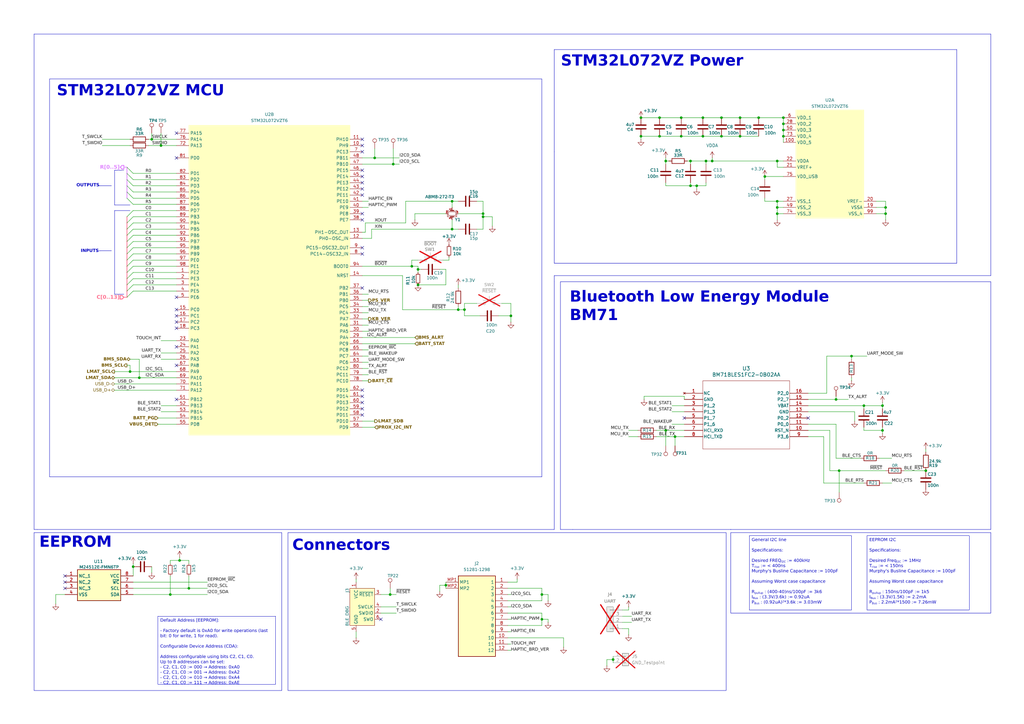
<source format=kicad_sch>
(kicad_sch (version 20231120) (generator "eeschema") (generator_version "8.0")
  (paper "A3")
  (title_block (date "2025-02-08") (rev "2") (company "Yolk Workshop") (comment 1 "Designed By K Mumba") (comment 2 "Conceptualised and Design in Zambia"))
  (junction (at 73.66 229.87))
  (junction (at 361.95 166.37))
  (junction (at 363.22 87.63))
  (junction (at 344.17 193.04))
  (junction (at 363.22 85.09))
  (junction (at 321.31 48.26))
  (junction (at 185.42 93.98))
  (junction (at 288.29 48.26))
  (junction (at 321.31 50.8))
  (junction (at 270.51 48.26))
  (junction (at 153.67 64.77))
  (junction (at 279.4 48.26))
  (junction (at 321.31 53.34))
  (junction (at 321.31 55.88))
  (junction (at 168.91 109.22))
  (junction (at 198.12 87.63))
  (junction (at 171.45 116.84))
  (junction (at 318.77 85.09))
  (junction (at 69.85 243.84))
  (junction (at 276.86 179.07))
  (junction (at 318.77 66.04))
  (junction (at 187.96 127))
  (junction (at 251.46 270.51))
  (junction (at 283.21 76.2))
  (junction (at 262.89 55.88))
  (junction (at 295.91 48.26))
  (junction (at 198.12 88.9))
  (junction (at 303.53 55.88))
  (junction (at 283.21 66.04))
  (junction (at 57.15 154.94))
  (junction (at 292.1 66.04))
  (junction (at 303.53 48.26))
  (junction (at 160.02 243.84))
  (junction (at 279.4 55.88))
  (junction (at 77.47 241.3))
  (junction (at 318.77 82.55))
  (junction (at 222.25 243.84))
  (junction (at 313.69 72.39))
  (junction (at 379.73 193.04))
  (junction (at 342.9 163.83))
  (junction (at 295.91 55.88))
  (junction (at 285.75 76.2))
  (junction (at 53.34 152.4))
  (junction (at 273.05 66.04))
  (junction (at 311.15 48.26))
  (junction (at 182.88 240.03))
  (junction (at 54.61 232.41))
  (junction (at 190.5 127))
  (junction (at 62.23 57.15))
  (junction (at 273.05 176.53))
  (junction (at 222.25 254))
  (junction (at 318.77 87.63))
  (junction (at 354.33 166.37))
  (junction (at 171.45 110.49))
  (junction (at 161.29 67.31))
  (junction (at 361.95 176.53))
  (junction (at 262.89 48.26))
  (junction (at 289.56 66.04))
  (junction (at 66.04 59.69))
  (junction (at 209.55 129.54))
  (junction (at 288.29 55.88))
  (junction (at 270.51 55.88))
  (junction (at 349.25 146.05))
  (junction (at 185.42 82.55))
  (no_connect (at 148.59 101.6))
  (no_connect (at 148.59 59.69))
  (no_connect (at 148.59 160.02))
  (no_connect (at 72.39 54.61))
  (no_connect (at 148.59 170.18))
  (no_connect (at 148.59 57.15))
  (no_connect (at 148.59 90.17))
  (no_connect (at 280.67 171.45))
  (no_connect (at 148.59 87.63))
  (no_connect (at 148.59 118.11))
  (no_connect (at 72.39 129.54))
  (no_connect (at 72.39 127))
  (no_connect (at 72.39 121.92))
  (no_connect (at 26.67 236.22))
  (no_connect (at 148.59 77.47))
  (no_connect (at 148.59 162.56))
  (no_connect (at 72.39 142.24))
  (no_connect (at 26.67 241.3))
  (no_connect (at 148.59 72.39))
  (no_connect (at 72.39 163.83))
  (no_connect (at 148.59 165.1))
  (no_connect (at 26.67 238.76))
  (no_connect (at 148.59 69.85))
  (no_connect (at 156.21 254))
  (no_connect (at 148.59 74.93))
  (no_connect (at 148.59 80.01))
  (no_connect (at 148.59 167.64))
  (no_connect (at 148.59 62.23))
  (no_connect (at 72.39 149.86))
  (no_connect (at 148.59 104.14))
  (no_connect (at 331.47 171.45))
  (no_connect (at 72.39 64.77))
  (no_connect (at 72.39 134.62))
  (no_connect (at 72.39 132.08))
  (bus_entry (at 52.07 104.14) (size 2.54 -2.54))
  (bus_entry (at 52.07 71.12) (size 2.54 2.54))
  (bus_entry (at 52.07 91.44) (size 2.54 -2.54))
  (bus_entry (at 52.07 111.76) (size 2.54 -2.54))
  (bus_entry (at 52.07 81.28) (size 2.54 2.54))
  (bus_entry (at 52.07 88.9) (size 2.54 -2.54))
  (bus_entry (at 52.07 76.2) (size 2.54 2.54))
  (bus_entry (at 52.07 101.6) (size 2.54 -2.54))
  (bus_entry (at 52.07 78.74) (size 2.54 2.54))
  (bus_entry (at 52.07 116.84) (size 2.54 -2.54))
  (bus_entry (at 52.07 68.58) (size 2.54 2.54))
  (bus_entry (at 52.07 73.66) (size 2.54 2.54))
  (bus_entry (at 52.07 96.52) (size 2.54 -2.54))
  (bus_entry (at 52.07 93.98) (size 2.54 -2.54))
  (bus_entry (at 52.07 121.92) (size 2.54 -2.54))
  (bus_entry (at 52.07 119.38) (size 2.54 -2.54))
  (bus_entry (at 52.07 114.3) (size 2.54 -2.54))
  (bus_entry (at 52.07 109.22) (size 2.54 -2.54))
  (bus_entry (at 52.07 106.68) (size 2.54 -2.54))
  (bus_entry (at 52.07 99.06) (size 2.54 -2.54))
  (bus (pts (xy 52.07 96.52) (xy 52.07 99.06)) (stroke (width 0) (color 255 114 145 1)))
  (wire (pts (xy 77.47 241.3) (xy 54.61 241.3)))
  (wire (pts (xy 151.13 85.09) (xy 148.59 85.09)))
  (wire (pts (xy 248.92 273.05) (xy 248.92 270.51)))
  (wire (pts (xy 77.47 229.87) (xy 73.66 229.87)))
  (wire (pts (xy 22.86 243.84) (xy 26.67 243.84)))
  (bus (pts (xy 50.8 121.92) (xy 52.07 121.92)) (stroke (width 0) (color 255 114 145 1)))
  (wire (pts (xy 54.61 88.9) (xy 72.39 88.9)))
  (wire (pts (xy 361.95 176.53) (xy 361.95 177.8)))
  (wire (pts (xy 208.28 264.16) (xy 209.55 264.16)))
  (wire (pts (xy 77.47 231.14) (xy 77.47 229.87)))
  (wire (pts (xy 152.4 93.98) (xy 152.4 97.79)))
  (wire (pts (xy 198.12 82.55) (xy 198.12 87.63)))
  (wire (pts (xy 321.31 53.34) (xy 321.31 55.88)))
  (wire (pts (xy 185.42 93.98) (xy 185.42 90.17)))
  (wire (pts (xy 209.55 124.46) (xy 205.74 124.46)))
  (wire (pts (xy 275.59 168.91) (xy 280.67 168.91)))
  (polyline (pts (xy 227.33 62.23) (xy 227.33 62.23)))
  (bus (pts (xy 52.07 76.2) (xy 52.07 78.74)) (stroke (width 0) (color 223 134 255 1)))
  (wire (pts (xy 162.56 248.92) (xy 156.21 248.92)))
  (wire (pts (xy 54.61 109.22) (xy 72.39 109.22)))
  (wire (pts (xy 342.9 187.96) (xy 353.06 187.96)))
  (wire (pts (xy 224.79 255.27) (xy 224.79 254)))
  (wire (pts (xy 198.12 88.9) (xy 201.93 88.9)))
  (polyline (pts (xy 299.72 217.17) (xy 234.95 217.17)))
  (wire (pts (xy 22.86 247.65) (xy 22.86 243.84)))
  (wire (pts (xy 54.61 111.76) (xy 72.39 111.76)))
  (wire (pts (xy 331.47 166.37) (xy 354.33 166.37)))
  (wire (pts (xy 180.34 242.57) (xy 180.34 240.03)))
  (wire (pts (xy 171.45 106.68) (xy 168.91 106.68)))
  (wire (pts (xy 69.85 243.84) (xy 54.61 243.84)))
  (wire (pts (xy 318.77 90.17) (xy 318.77 87.63)))
  (wire (pts (xy 224.79 246.38) (xy 224.79 243.84)))
  (wire (pts (xy 54.61 73.66) (xy 72.39 73.66)))
  (wire (pts (xy 318.77 82.55) (xy 321.31 82.55)))
  (wire (pts (xy 165.1 127) (xy 165.1 113.03)))
  (wire (pts (xy 170.18 90.17) (xy 170.18 87.63)))
  (wire (pts (xy 54.61 231.14) (xy 54.61 232.41)))
  (wire (pts (xy 54.61 119.38) (xy 72.39 119.38)))
  (wire (pts (xy 212.09 237.49) (xy 212.09 238.76)))
  (wire (pts (xy 276.86 179.07) (xy 276.86 182.88)))
  (wire (pts (xy 212.09 238.76) (xy 208.28 238.76)))
  (wire (pts (xy 148.59 135.89) (xy 151.13 135.89)))
  (wire (pts (xy 342.9 173.99) (xy 331.47 173.99)))
  (wire (pts (xy 222.25 256.54) (xy 222.25 254)))
  (wire (pts (xy 370.84 193.04) (xy 379.73 193.04)))
  (wire (pts (xy 363.22 85.09) (xy 363.22 82.55)))
  (wire (pts (xy 156.21 243.84) (xy 160.02 243.84)))
  (wire (pts (xy 208.28 266.7) (xy 209.55 266.7)))
  (wire (pts (xy 359.41 85.09) (xy 363.22 85.09)))
  (polyline (pts (xy 227.33 20.32) (xy 392.43 20.32)))
  (wire (pts (xy 41.91 57.15) (xy 53.34 57.15)))
  (wire (pts (xy 283.21 67.31) (xy 283.21 66.04)))
  (polyline (pts (xy 46.99 84.074) (xy 46.99 69.85)))
  (wire (pts (xy 64.77 171.45) (xy 72.39 171.45)))
  (wire (pts (xy 318.77 66.04) (xy 321.31 66.04)))
  (polyline (pts (xy 46.99 120.65) (xy 50.8 120.65)))
  (wire (pts (xy 339.09 146.05) (xy 349.25 146.05)))
  (wire (pts (xy 66.04 166.37) (xy 72.39 166.37)))
  (wire (pts (xy 350.52 168.91) (xy 331.47 168.91)))
  (wire (pts (xy 171.45 109.22) (xy 171.45 110.49)))
  (wire (pts (xy 269.24 179.07) (xy 276.86 179.07)))
  (wire (pts (xy 53.34 152.4) (xy 72.39 152.4)))
  (wire (pts (xy 209.55 254) (xy 208.28 254)))
  (polyline (pts (xy 46.99 86.36) (xy 46.99 120.65)))
  (wire (pts (xy 190.5 124.46) (xy 190.5 127)))
  (polyline (pts (xy 392.43 107.95) (xy 227.33 107.95)))
  (wire (pts (xy 57.15 147.32) (xy 53.34 147.32)))
  (wire (pts (xy 275.59 173.99) (xy 280.67 173.99)))
  (bus (pts (xy 52.07 78.74) (xy 52.07 81.28)) (stroke (width 0) (color 223 134 255 1)))
  (wire (pts (xy 281.94 66.04) (xy 283.21 66.04)))
  (wire (pts (xy 54.61 76.2) (xy 72.39 76.2)))
  (wire (pts (xy 292.1 66.04) (xy 292.1 64.77)))
  (bus (pts (xy 52.07 88.9) (xy 52.07 91.44)) (stroke (width 0) (color 255 114 145 1)))
  (wire (pts (xy 54.61 99.06) (xy 72.39 99.06)))
  (wire (pts (xy 251.46 270.51) (xy 251.46 271.78)))
  (wire (pts (xy 46.99 152.4) (xy 53.34 152.4)))
  (wire (pts (xy 171.45 110.49) (xy 172.72 110.49)))
  (wire (pts (xy 340.36 176.53) (xy 331.47 176.53)))
  (wire (pts (xy 187.96 87.63) (xy 198.12 87.63)))
  (wire (pts (xy 269.24 176.53) (xy 273.05 176.53)))
  (wire (pts (xy 54.61 83.82) (xy 72.39 83.82)))
  (polyline (pts (xy 46.99 86.36) (xy 53.34 86.36)))
  (wire (pts (xy 273.05 66.04) (xy 274.32 66.04)))
  (wire (pts (xy 168.91 106.68) (xy 168.91 109.22)))
  (wire (pts (xy 46.99 157.48) (xy 72.39 157.48)))
  (wire (pts (xy 222.25 243.84) (xy 224.79 243.84)))
  (wire (pts (xy 151.13 133.35) (xy 148.59 133.35)))
  (wire (pts (xy 208.28 243.84) (xy 209.55 243.84)))
  (wire (pts (xy 344.17 193.04) (xy 363.22 193.04)))
  (wire (pts (xy 54.61 93.98) (xy 72.39 93.98)))
  (wire (pts (xy 295.91 55.88) (xy 303.53 55.88)))
  (wire (pts (xy 54.61 91.44) (xy 72.39 91.44)))
  (wire (pts (xy 66.04 59.69) (xy 60.96 59.69)))
  (bus (pts (xy 52.07 111.76) (xy 52.07 114.3)) (stroke (width 0) (color 255 114 145 1)))
  (wire (pts (xy 195.58 82.55) (xy 198.12 82.55)))
  (wire (pts (xy 151.13 143.51) (xy 148.59 143.51)))
  (wire (pts (xy 180.34 240.03) (xy 182.88 240.03)))
  (wire (pts (xy 285.75 76.2) (xy 285.75 77.47)))
  (wire (pts (xy 292.1 66.04) (xy 318.77 66.04)))
  (wire (pts (xy 54.61 104.14) (xy 72.39 104.14)))
  (wire (pts (xy 331.47 163.83) (xy 342.9 163.83)))
  (wire (pts (xy 262.89 55.88) (xy 270.51 55.88)))
  (wire (pts (xy 187.96 118.11) (xy 187.96 116.84)))
  (wire (pts (xy 222.25 254) (xy 222.25 251.46)))
  (wire (pts (xy 151.13 151.13) (xy 148.59 151.13)))
  (wire (pts (xy 62.23 54.61) (xy 62.23 57.15)))
  (wire (pts (xy 318.77 87.63) (xy 318.77 85.09)))
  (wire (pts (xy 153.67 60.96) (xy 153.67 64.77)))
  (wire (pts (xy 66.04 168.91) (xy 72.39 168.91)))
  (polyline (pts (xy 406.4 217.17) (xy 299.72 217.17)))
  (wire (pts (xy 168.91 109.22) (xy 171.45 109.22)))
  (wire (pts (xy 41.91 59.69) (xy 53.34 59.69)))
  (wire (pts (xy 273.05 64.77) (xy 273.05 66.04)))
  (wire (pts (xy 152.4 93.98) (xy 185.42 93.98)))
  (wire (pts (xy 166.37 91.44) (xy 149.86 91.44)))
  (polyline (pts (xy 227.33 107.95) (xy 227.33 62.23)))
  (wire (pts (xy 231.14 261.62) (xy 231.14 265.43)))
  (wire (pts (xy 279.4 48.26) (xy 288.29 48.26)))
  (wire (pts (xy 273.05 176.53) (xy 273.05 182.88)))
  (wire (pts (xy 85.09 241.3) (xy 77.47 241.3)))
  (wire (pts (xy 208.28 241.3) (xy 222.25 241.3)))
  (wire (pts (xy 46.99 160.02) (xy 72.39 160.02)))
  (bus (pts (xy 52.07 68.58) (xy 50.8 68.58)) (stroke (width 0) (color 223 134 255 1)))
  (wire (pts (xy 153.67 64.77) (xy 148.59 64.77)))
  (wire (pts (xy 209.55 132.08) (xy 209.55 129.54)))
  (wire (pts (xy 321.31 68.58) (xy 318.77 68.58)))
  (wire (pts (xy 337.82 179.07) (xy 337.82 198.12)))
  (wire (pts (xy 379.73 184.15) (xy 379.73 185.42)))
  (wire (pts (xy 208.28 246.38) (xy 222.25 246.38)))
  (wire (pts (xy 222.25 254) (xy 224.79 254)))
  (wire (pts (xy 261.62 179.07) (xy 257.81 179.07)))
  (wire (pts (xy 339.09 161.29) (xy 331.47 161.29)))
  (wire (pts (xy 340.36 193.04) (xy 340.36 176.53)))
  (wire (pts (xy 289.56 66.04) (xy 292.1 66.04)))
  (wire (pts (xy 273.05 176.53) (xy 280.67 176.53)))
  (bus (pts (xy 52.07 91.44) (xy 52.07 93.98)) (stroke (width 0) (color 255 114 145 1)))
  (wire (pts (xy 270.51 48.26) (xy 279.4 48.26)))
  (wire (pts (xy 201.93 88.9) (xy 201.93 92.71)))
  (wire (pts (xy 185.42 82.55) (xy 187.96 82.55)))
  (wire (pts (xy 182.88 240.03) (xy 182.88 241.3)))
  (wire (pts (xy 166.37 91.44) (xy 166.37 82.55)))
  (wire (pts (xy 303.53 48.26) (xy 311.15 48.26)))
  (wire (pts (xy 163.83 67.31) (xy 161.29 67.31)))
  (wire (pts (xy 208.28 251.46) (xy 222.25 251.46)))
  (wire (pts (xy 148.59 130.81) (xy 151.13 130.81)))
  (wire (pts (xy 66.04 144.78) (xy 72.39 144.78)))
  (wire (pts (xy 163.83 64.77) (xy 153.67 64.77)))
  (wire (pts (xy 222.25 243.84) (xy 222.25 241.3)))
  (wire (pts (xy 54.61 71.12) (xy 72.39 71.12)))
  (polyline (pts (xy 40.64 76.2) (xy 45.72 76.2)))
  (wire (pts (xy 273.05 66.04) (xy 273.05 67.31)))
  (polyline (pts (xy 13.97 217.17) (xy 13.97 13.97)))
  (wire (pts (xy 354.33 166.37) (xy 361.95 166.37)))
  (wire (pts (xy 283.21 74.93) (xy 283.21 76.2)))
  (wire (pts (xy 339.09 146.05) (xy 339.09 161.29)))
  (polyline (pts (xy 40.64 102.87) (xy 45.72 102.87)))
  (wire (pts (xy 161.29 67.31) (xy 148.59 67.31)))
  (wire (pts (xy 321.31 48.26) (xy 321.31 50.8)))
  (wire (pts (xy 69.85 243.84) (xy 85.09 243.84)))
  (wire (pts (xy 166.37 82.55) (xy 185.42 82.55)))
  (wire (pts (xy 151.13 128.27) (xy 148.59 128.27)))
  (wire (pts (xy 73.66 228.6) (xy 73.66 229.87)))
  (wire (pts (xy 54.61 101.6) (xy 72.39 101.6)))
  (bus (pts (xy 52.07 71.12) (xy 52.07 73.66)) (stroke (width 0) (color 223 134 255 1)))
  (wire (pts (xy 318.77 85.09) (xy 318.77 82.55)))
  (polyline (pts (xy 227.33 113.03) (xy 227.33 115.57)))
  (wire (pts (xy 170.18 87.63) (xy 182.88 87.63)))
  (polyline (pts (xy 53.34 84.074) (xy 46.99 84.074)))
  (polyline (pts (xy 229.87 217.17) (xy 229.87 115.57)))
  (wire (pts (xy 259.08 255.27) (xy 255.27 255.27)))
  (wire (pts (xy 162.56 251.46) (xy 156.21 251.46)))
  (wire (pts (xy 151.13 146.05) (xy 148.59 146.05)))
  (wire (pts (xy 344.17 193.04) (xy 344.17 201.93)))
  (bus (pts (xy 52.07 119.38) (xy 52.07 121.92)) (stroke (width 0) (color 255 114 145 1)))
  (wire (pts (xy 146.05 259.08) (xy 146.05 261.62)))
  (bus (pts (xy 52.07 101.6) (xy 52.07 104.14)) (stroke (width 0) (color 255 114 145 1)))
  (wire (pts (xy 318.77 68.58) (xy 318.77 66.04)))
  (wire (pts (xy 209.55 124.46) (xy 209.55 129.54)))
  (wire (pts (xy 222.25 246.38) (xy 222.25 243.84)))
  (wire (pts (xy 279.4 55.88) (xy 288.29 55.88)))
  (wire (pts (xy 161.29 60.96) (xy 161.29 67.31)))
  (wire (pts (xy 148.59 140.97) (xy 170.18 140.97)))
  (polyline (pts (xy 227.33 115.57) (xy 227.33 217.17)))
  (polyline (pts (xy 13.97 217.17) (xy 15.24 217.17)))
  (wire (pts (xy 54.61 81.28) (xy 72.39 81.28)))
  (wire (pts (xy 342.9 162.56) (xy 342.9 163.83)))
  (wire (pts (xy 160.02 243.84) (xy 162.56 243.84)))
  (wire (pts (xy 196.85 129.54) (xy 190.5 129.54)))
  (wire (pts (xy 349.25 146.05) (xy 355.6 146.05)))
  (wire (pts (xy 313.69 82.55) (xy 318.77 82.55)))
  (wire (pts (xy 198.12 93.98) (xy 198.12 88.9)))
  (wire (pts (xy 255.27 257.81) (xy 257.81 257.81)))
  (wire (pts (xy 276.86 179.07) (xy 280.67 179.07)))
  (wire (pts (xy 171.45 110.49) (xy 171.45 111.76)))
  (wire (pts (xy 257.81 257.81) (xy 257.81 260.35)))
  (wire (pts (xy 270.51 55.88) (xy 279.4 55.88)))
  (wire (pts (xy 185.42 82.55) (xy 185.42 85.09)))
  (wire (pts (xy 153.67 175.26) (xy 148.59 175.26)))
  (wire (pts (xy 198.12 87.63) (xy 198.12 88.9)))
  (wire (pts (xy 209.55 259.08) (xy 208.28 259.08)))
  (wire (pts (xy 363.22 90.17) (xy 363.22 87.63)))
  (polyline (pts (xy 406.4 113.03) (xy 227.33 113.03)))
  (wire (pts (xy 275.59 166.37) (xy 280.67 166.37)))
  (polyline (pts (xy 299.72 217.17) (xy 299.72 217.17)))
  (wire (pts (xy 295.91 48.26) (xy 303.53 48.26)))
  (wire (pts (xy 264.16 162.56) (xy 280.67 162.56)))
  (wire (pts (xy 148.59 109.22) (xy 168.91 109.22)))
  (wire (pts (xy 321.31 55.88) (xy 321.31 58.42)))
  (wire (pts (xy 182.88 110.49) (xy 182.88 116.84)))
  (wire (pts (xy 66.04 54.61) (xy 66.04 59.69)))
  (wire (pts (xy 342.9 163.83) (xy 347.98 163.83)))
  (wire (pts (xy 318.77 85.09) (xy 321.31 85.09)))
  (wire (pts (xy 337.82 198.12) (xy 354.33 198.12)))
  (wire (pts (xy 208.28 256.54) (xy 222.25 256.54)))
  (wire (pts (xy 248.92 270.51) (xy 251.46 270.51)))
  (wire (pts (xy 313.69 72.39) (xy 321.31 72.39)))
  (wire (pts (xy 54.61 106.68) (xy 72.39 106.68)))
  (bus (pts (xy 52.07 116.84) (xy 52.07 119.38)) (stroke (width 0) (color 255 114 145 1)))
  (wire (pts (xy 57.15 154.94) (xy 72.39 154.94)))
  (wire (pts (xy 54.61 96.52) (xy 72.39 96.52)))
  (polyline (pts (xy 392.43 20.32) (xy 392.43 107.95)))
  (wire (pts (xy 54.61 114.3) (xy 72.39 114.3)))
  (wire (pts (xy 54.61 232.41) (xy 54.61 236.22)))
  (wire (pts (xy 69.85 229.87) (xy 69.85 231.14)))
  (wire (pts (xy 185.42 93.98) (xy 187.96 93.98)))
  (wire (pts (xy 313.69 81.28) (xy 313.69 82.55)))
  (wire (pts (xy 280.67 162.56) (xy 280.67 163.83)))
  (wire (pts (xy 361.95 165.1) (xy 361.95 166.37)))
  (wire (pts (xy 365.76 198.12) (xy 361.95 198.12)))
  (wire (pts (xy 273.05 74.93) (xy 273.05 76.2)))
  (wire (pts (xy 208.28 261.62) (xy 231.14 261.62)))
  (wire (pts (xy 342.9 173.99) (xy 342.9 187.96)))
  (polyline (pts (xy 229.87 115.57) (xy 406.4 115.57)))
  (wire (pts (xy 72.39 57.15) (xy 62.23 57.15)))
  (wire (pts (xy 184.15 106.68) (xy 184.15 105.41)))
  (bus (pts (xy 52.07 99.06) (xy 52.07 101.6)) (stroke (width 0) (color 255 114 145 1)))
  (wire (pts (xy 62.23 57.15) (xy 60.96 57.15)))
  (wire (pts (xy 151.13 82.55) (xy 148.59 82.55)))
  (wire (pts (xy 311.15 48.26) (xy 321.31 48.26)))
  (wire (pts (xy 361.95 166.37) (xy 361.95 167.64)))
  (wire (pts (xy 165.1 113.03) (xy 148.59 113.03)))
  (wire (pts (xy 52.07 149.86) (xy 53.34 149.86)))
  (polyline (pts (xy 15.24 217.17) (xy 227.33 217.17)))
  (bus (pts (xy 52.07 73.66) (xy 52.07 76.2)) (stroke (width 0) (color 223 134 255 1)))
  (polyline (pts (xy 46.99 69.85) (xy 50.8 69.85)))
  (wire (pts (xy 313.69 72.39) (xy 313.69 73.66)))
  (wire (pts (xy 354.33 167.64) (xy 354.33 166.37)))
  (wire (pts (xy 289.56 76.2) (xy 285.75 76.2)))
  (polyline (pts (xy 13.97 13.97) (xy 406.4 13.97)))
  (wire (pts (xy 180.34 110.49) (xy 182.88 110.49)))
  (wire (pts (xy 151.13 125.73) (xy 148.59 125.73)))
  (bus (pts (xy 52.07 68.58) (xy 52.07 71.12)) (stroke (width 0) (color 223 134 255 1)))
  (bus (pts (xy 52.07 106.68) (xy 52.07 109.22)) (stroke (width 0) (color 255 114 145 1)))
  (wire (pts (xy 182.88 116.84) (xy 171.45 116.84)))
  (wire (pts (xy 273.05 76.2) (xy 283.21 76.2)))
  (wire (pts (xy 148.59 138.43) (xy 170.18 138.43)))
  (wire (pts (xy 288.29 48.26) (xy 295.91 48.26)))
  (wire (pts (xy 289.56 76.2) (xy 289.56 74.93)))
  (wire (pts (xy 53.34 149.86) (xy 53.34 152.4)))
  (wire (pts (xy 160.02 241.3) (xy 160.02 243.84)))
  (bus (pts (xy 52.07 109.22) (xy 52.07 111.76)) (stroke (width 0) (color 255 114 145 1)))
  (wire (pts (xy 363.22 82.55) (xy 359.41 82.55)))
  (wire (pts (xy 303.53 55.88) (xy 311.15 55.88)))
  (polyline (pts (xy 406.4 13.97) (xy 406.4 113.03)))
  (wire (pts (xy 340.36 193.04) (xy 344.17 193.04)))
  (wire (pts (xy 349.25 146.05) (xy 349.25 147.32)))
  (wire (pts (xy 148.59 153.67) (xy 151.13 153.67)))
  (wire (pts (xy 46.99 154.94) (xy 57.15 154.94)))
  (wire (pts (xy 149.86 95.25) (xy 148.59 95.25)))
  (wire (pts (xy 165.1 127) (xy 187.96 127)))
  (wire (pts (xy 257.81 250.19) (xy 255.27 250.19)))
  (wire (pts (xy 182.88 238.76) (xy 182.88 240.03)))
  (wire (pts (xy 85.09 238.76) (xy 54.61 238.76)))
  (wire (pts (xy 363.22 87.63) (xy 363.22 85.09)))
  (wire (pts (xy 190.5 124.46) (xy 195.58 124.46)))
  (polyline (pts (xy 234.95 217.17) (xy 229.87 217.17)))
  (polyline (pts (xy 406.4 115.57) (xy 406.4 217.17)))
  (wire (pts (xy 195.58 93.98) (xy 198.12 93.98)))
  (bus (pts (xy 52.07 114.3) (xy 52.07 116.84)) (stroke (width 0) (color 255 114 145 1)))
  (wire (pts (xy 262.89 48.26) (xy 270.51 48.26)))
  (wire (pts (xy 360.68 187.96) (xy 365.76 187.96)))
  (wire (pts (xy 148.59 123.19) (xy 151.13 123.19)))
  (wire (pts (xy 350.52 172.72) (xy 350.52 168.91)))
  (wire (pts (xy 69.85 236.22) (xy 69.85 243.84)))
  (wire (pts (xy 152.4 97.79) (xy 148.59 97.79)))
  (polyline (pts (xy 227.33 20.32) (xy 227.33 62.23)))
  (wire (pts (xy 349.25 154.94) (xy 349.25 156.21)))
  (wire (pts (xy 289.56 67.31) (xy 289.56 66.04)))
  (wire (pts (xy 57.15 147.32) (xy 57.15 154.94)))
  (wire (pts (xy 54.61 116.84) (xy 72.39 116.84)))
  (wire (pts (xy 251.46 269.24) (xy 251.46 270.51)))
  (wire (pts (xy 72.39 59.69) (xy 66.04 59.69)))
  (wire (pts (xy 257.81 248.92) (xy 257.81 250.19)))
  (wire (pts (xy 187.96 127) (xy 187.96 125.73)))
  (wire (pts (xy 148.59 156.21) (xy 151.13 156.21)))
  (wire (pts (xy 361.95 176.53) (xy 361.95 175.26)))
  (wire (pts (xy 264.16 162.56) (xy 264.16 163.83)))
  (wire (pts (xy 151.13 148.59) (xy 148.59 148.59)))
  (wire (pts (xy 262.89 55.88) (xy 262.89 57.15)))
  (wire (pts (xy 187.96 127) (xy 190.5 127)))
  (wire (pts (xy 354.33 175.26) (xy 354.33 176.53)))
  (wire (pts (xy 204.47 129.54) (xy 209.55 129.54)))
  (wire (pts (xy 208.28 248.92) (xy 209.55 248.92)))
  (wire (pts (xy 149.86 91.44) (xy 149.86 95.25)))
  (wire (pts (xy 77.47 236.22) (xy 77.47 241.3)))
  (wire (pts (xy 354.33 176.53) (xy 361.95 176.53)))
  (wire (pts (xy 73.66 229.87) (xy 69.85 229.87)))
  (wire (pts (xy 331.47 179.07) (xy 337.82 179.07)))
  (wire (pts (xy 151.13 120.65) (xy 148.59 120.65)))
  (wire (pts (xy 321.31 50.8) (xy 321.31 53.34)))
  (wire (pts (xy 62.23 234.95) (xy 62.23 232.41)))
  (wire (pts (xy 288.29 55.88) (xy 295.91 55.88)))
  (wire (pts (xy 257.81 176.53) (xy 261.62 176.53)))
  (wire (pts (xy 66.04 139.7) (xy 72.39 139.7)))
  (wire (pts (xy 64.77 173.99) (xy 72.39 173.99)))
  (wire (pts (xy 283.21 66.04) (xy 289.56 66.04)))
  (bus (pts (xy 52.07 104.14) (xy 52.07 106.68)) (stroke (width 0) (color 255 114 145 1)))
  (wire (pts (xy 153.67 172.72) (xy 148.59 172.72)))
  (wire (pts (xy 66.04 147.32) (xy 72.39 147.32)))
  (wire (pts (xy 54.61 78.74) (xy 72.39 78.74)))
  (wire (pts (xy 359.41 87.63) (xy 363.22 87.63)))
  (bus (pts (xy 52.07 93.98) (xy 52.07 96.52)) (stroke (width 0) (color 255 114 145 1)))
  (wire (pts (xy 181.61 106.68) (xy 184.15 106.68)))
  (wire (pts (xy 318.77 87.63) (xy 321.31 87.63)))
  (wire (pts (xy 190.5 129.54) (xy 190.5 127)))
  (wire (pts (xy 54.61 86.36) (xy 72.39 86.36)))
  (wire (pts (xy 259.08 252.73) (xy 255.27 252.73)))
  (wire (pts (xy 285.75 76.2) (xy 283.21 76.2)))
  (wire (pts (xy 146.05 237.49) (xy 146.05 238.76)))
  (rectangle (start 20.32 32.385) (end 222.25 195.58))
  (rectangle (start 13.97 218.44) (end 115.57 283.21))
  (rectangle (start 299.72 218.44) (end 406.4 251.46))
  (rectangle (start 118.11 218.44) (end 297.815 283.21))
  (text_box "General I2C line\n\nSpecifications:\n\nDesired FREQ_{I2C} := 400kHz\nT_{rise} := < 400ns\nMurphy's Busline Capacitance := 100pF\n\nAssuming Worst case capacitance \n\nR_{pullup} : (400-40)ns/100pF := 3k6\nI_{Bus} : (3.3V/3.6k) := 0.92uA\nP_{Bus} : (0.92uA)^{2}*3.6k := 3.03mW" (at 307.34 219.71 0) (size 41.91 30.48) (fill (type color) (color 255 255 255 1)) (effects (font (size 1.27 1.27)) (justify left top)))
  (text_box "Default Address [EEPROM]:\n\n- Factory default is 0xA0 for write operations (last bit: 0 for write, 1 for read).\n\nConfigurable Device Address (CDA):\n\nAddress configurable using bits C2, C1, C0.\nUp to 8 addresses can be set:\n- C2, C1, C0 := 000 → Address: 0xA0\n- C2, C1, C0 := 001 → Address: 0xA2\n- C2, C1, C0 := 010 → Address: 0xA4\n- C2, C1, C0 := 111 → Address: 0xAE" (at 64.77 252.73 0) (size 48.26 27.94) (fill (type color) (color 255 255 255 1)) (effects (font (size 1.27 1.27)) (justify left top)))
  (text_box "EEPROM I2C\n\nSpecifications:\n\nDesired Freq_{I2C} := 1MHz\nT_{rise} := < 150ns\nMurphy's Busline Capacitance := 100pF\n\nAssuming Worst case capacitance \n\nR_{pullup} : 150ns/100pF := 1k5\nI_{Bus} : (3.3V/1.5K) := 2.2mA\nP_{Bus} : 2.2mA^{2}*1500 := 7.26mW" (at 355.6 219.71 0) (size 41.91 30.48) (fill (type color) (color 255 255 255 1)) (effects (font (size 1.27 1.27)) (justify left top)))
  (text "Connectors" (at 139.954 225.044 0) (effects (font (size 4.5 4.5) (bold yes))))
  (text "OUTPUTS" (at 36.068 76.454 0) (effects (font (size 1.27 1.27) (bold yes))))
  (text "STM32L072VZ Power" (at 267.462 26.416 0) (effects (font (size 4.5 4.5) (bold yes))))
  (text "INPUTS" (at 36.83 103.378 0) (effects (font (size 1.27 1.27) (bold yes))))
  (text "STM32L072VZ MCU" (at 57.658 38.608 0) (effects (font (size 4.5 4.5) (bold yes))))
  (text "Bluetooth Low Energy Module\nBM71" (at 233.68 127 0) (effects (font (size 4.5 4.5) (bold yes)) (justify left)))
  (text "EEPROM" (at 30.988 223.774 0) (effects (font (size 4.5 4.5) (bold yes))))
  (label "I2C_SCL" (at 59.69 152.4 0))
  (label "TOUCH_INT" (at 209.55 264.16 0))
  (label "I2C0_SDA" (at 209.55 248.92 0))
  (label "C2" (at 59.69 91.44 0))
  (label "MCU_CTS" (at 365.76 198.12 0))
  (label "C6" (at 59.69 101.6 0))
  (label "C12" (at 59.69 116.84 0))
  (label "MCU_TX" (at 151.13 128.27 0))
  (label "BLE_CTS" (at 345.44 187.96 0))
  (label "R0" (at 59.69 71.12 0))
  (label "R1" (at 59.69 73.66 0))
  (label "MCU_RTS" (at 151.13 120.65 0))
  (label "C7" (at 59.69 104.14 0))
  (label "T_SWCLK" (at 41.91 57.15 180))
  (label "MCU_CTS" (at 151.13 133.35 0))
  (label "TX_ALRT" (at 151.13 151.13 0))
  (label "R3" (at 59.69 78.74 0))
  (label "HAPTIC_BRD_VER" (at 151.13 135.89 0))
  (label "I2C0_SDA" (at 163.83 64.77 0))
  (label "I2C0_SDA" (at 85.09 243.84 0))
  (label "R2" (at 59.69 76.2 0))
  (label "C9" (at 59.69 109.22 0))
  (label "EEPROM_~{WC}" (at 151.13 143.51 0))
  (label "~{RESET}" (at 162.56 243.84 0))
  (label "UART_TX" (at 259.08 255.27 0))
  (label "C0" (at 59.69 86.36 0))
  (label "XOUT" (at 153.67 91.44 0))
  (label "MCU_RX" (at 257.81 179.07 180))
  (label "HAPTIC_BRD_VER" (at 209.55 266.7 0))
  (label "HAPTIC_PWM" (at 151.13 85.09 0))
  (label "I2C_SDA" (at 59.69 154.94 0))
  (label "I2C0_SCL" (at 163.83 67.31 0))
  (label "HAPTIC_PWM" (at 209.55 254 0))
  (label "UART_TX" (at 66.04 144.78 180))
  (label "T_SWDIO" (at 162.56 251.46 0))
  (label "USB_D-" (at 48.26 157.48 0))
  (label "EEPROM_~{WC}" (at 85.09 238.76 0))
  (label "T_SWDIO" (at 41.91 59.69 180))
  (label "XIN" (at 153.67 93.98 0))
  (label "C1" (at 59.69 88.9 0))
  (label "C13" (at 59.69 119.38 0))
  (label "~{MRST}" (at 356.87 193.04 0))
  (label "BLE_~{RST}" (at 370.84 193.04 0))
  (label "BLE_RX" (at 276.86 176.53 180))
  (label "HAPTIC_EN" (at 209.55 259.08 0))
  (label "TX_ALRT" (at 347.98 163.83 0))
  (label "UART_MODE_SW" (at 355.6 146.05 0))
  (label "HAPTIC_EN" (at 151.13 82.55 0))
  (label "MCU_RX" (at 151.13 125.73 0))
  (label "BLE_STAT1" (at 275.59 166.37 180))
  (label "C4" (at 59.69 96.52 0))
  (label "C10" (at 59.69 111.76 0))
  (label "USB_D+" (at 48.26 160.02 0))
  (label "R4" (at 59.69 81.28 0))
  (label "BLE_STAT2" (at 66.04 168.91 180))
  (label "UART_MODE_SW" (at 151.13 148.59 0))
  (label "~{BOOT}" (at 158.75 109.22 180))
  (label "UART_RX" (at 66.04 147.32 180))
  (label "UART_RX" (at 259.08 252.73 0))
  (label "BLE_WAKEUP" (at 151.13 146.05 0))
  (label "~{RESET}" (at 182.88 127 180))
  (label "BLE_STAT2" (at 275.59 168.91 180))
  (label "BLE_TX" (at 276.86 179.07 180))
  (label "C8" (at 59.69 106.68 0))
  (label "BLE_~{RST}" (at 151.13 153.67 0))
  (label "SWDIO" (at 68.58 59.69 180))
  (label "R5" (at 59.69 83.82 0))
  (label "C3" (at 59.69 93.98 0))
  (label "TOUCH_INT" (at 66.04 139.7 180))
  (label "C5" (at 59.69 99.06 0))
  (label "C11" (at 59.69 114.3 0))
  (label "BLE_WAKEUP" (at 275.59 173.99 180))
  (label "MCU_TX" (at 257.81 176.53 180))
  (label "I2C_ALRT" (at 158.75 138.43 180))
  (label "I2C0_SCL" (at 209.55 243.84 0))
  (label "I2C0_SCL" (at 85.09 241.3 0))
  (label "BLE_STAT1" (at 66.04 166.37 180))
  (label "MCU_RTS" (at 365.76 187.96 0))
  (label "BLE_RTS" (at 346.71 198.12 0))
  (label "SWCLK" (at 68.58 57.15 180))
  (label "T_SWCLK" (at 162.56 248.92 0))
  (hierarchical_label "BATT_STAT" (shape input) (at 170.18 140.97 0) (effects (font (bold yes))))
  (hierarchical_label "LMAT_SDA" (shape bidirectional) (at 46.99 154.94 180) (effects (font (bold yes))))
  (hierarchical_label "BATT_~{CE}" (shape output) (at 151.13 156.21 0) (effects (font (bold yes))))
  (hierarchical_label "BMS_ALRT" (shape input) (at 170.18 138.43 0) (effects (font (bold yes))))
  (hierarchical_label "R[0..5]" (shape output) (at 50.8 68.58 180) (effects (font (size 1.5 1.5) (thickness 0.508) (bold yes))))
  (hierarchical_label "VBUS_DET" (shape input) (at 64.77 173.99 180) (effects (font (bold yes))))
  (hierarchical_label "USB_D-" (shape bidirectional) (at 46.99 157.48 180))
  (hierarchical_label "C[0..13]" (shape input) (at 50.8 121.92 180) (effects (font (size 1.5 1.5) (thickness 0.508) (bold yes))))
  (hierarchical_label "USB_D+" (shape bidirectional) (at 46.99 160.02 180))
  (hierarchical_label "LMAT_SCL" (shape output) (at 46.99 152.4 180) (effects (font (bold yes))))
  (hierarchical_label "BATT_PG" (shape input) (at 64.77 171.45 180) (effects (font (bold yes))))
  (hierarchical_label "BMS_SCL" (shape output) (at 52.07 149.86 180) (effects (font (bold yes))))
  (hierarchical_label "PROX_I2C_INT" (shape input) (at 153.67 175.26 0) (effects (font (bold yes))))
  (hierarchical_label "PS_VER" (shape output) (at 151.13 123.19 0) (effects (font (bold yes))))
  (hierarchical_label "LMAT_SDB" (shape output) (at 153.67 172.72 0) (effects (font (bold yes))))
  (hierarchical_label "BMS_SDA" (shape bidirectional) (at 53.34 147.32 180) (effects (font (bold yes))))
  (hierarchical_label "KB_VER" (shape output) (at 151.13 130.81 0) (effects (font (bold yes))))
  (symbol (lib_id "Device:C") (at 379.73 196.85 0) (unit 1)
    (property "Reference" "C23" (at 380.492 194.564 0) (effects (justify left)))
    (property "Value" "100n" (at 380.238 199.136 0) (effects (justify left)))
    (property "Footprint" "Capacitor_SMD:C_0402_1005Metric_Pad0.74x0.62mm_HandSolder" (effects (hide yes)))
    (property "Datasheet" "https://www.mouser.co.uk/datasheet/2/396/MM_mlcc_all_e-3370058.pdf" (effects (hide yes)))
    (property "Description" "MMASL105SB7104MFNA18" (effects (hide yes)))
  )
  (symbol (lib_id "power:GND") (at 350.52 172.72 0) (mirror y) (unit 1)
    (property "Reference" "#PWR026" (effects (hide yes)))
    (property "Value" "GND" (effects (hide yes)))
    (property "Description" "Power symbol creates a global label with name \"GND\" , ground" (effects (hide yes)))
  )
  (symbol (lib_id "Device:C") (at 354.33 171.45 0) (unit 1)
    (property "Reference" "C21" (at 354.838 169.164 0) (effects (justify left)))
    (property "Value" "100n" (at 354.838 173.736 0) (effects (justify left)))
    (property "Footprint" "Capacitor_SMD:C_0402_1005Metric_Pad0.74x0.62mm_HandSolder" (effects (hide yes)))
    (property "Datasheet" "https://www.mouser.co.uk/datasheet/2/396/MM_mlcc_all_e-3370058.pdf" (effects (hide yes)))
    (property "Description" "MMASL105SB7104MFNA18" (effects (hide yes)))
  )
  (symbol (lib_id "power:GND") (at 171.45 116.84 0) (unit 1)
    (property "Reference" "#PWR019" (effects (hide yes)))
    (property "Value" "GND" (effects (hide yes)))
    (property "Description" "Power symbol creates a global label with name \"GND\" , ground" (effects (hide yes)))
  )
  (symbol (lib_id "Device:R") (at 358.14 198.12 90) (mirror x) (unit 1)
    (property "Reference" "R21" (at 358.14 198.12 90))
    (property "Value" "0R" (effects (hide yes)))
    (property "Footprint" "Resistor_SMD:R_0402_1005Metric_Pad0.72x0.64mm_HandSolder" (effects (hide yes)))
    (property "Description" "Resistor" (effects (hide yes)))
  )
  (symbol (lib_id "Device:R") (at 265.43 176.53 270) (unit 1)
    (property "Reference" "R14" (at 265.43 176.53 90))
    (property "Value" "0R" (effects (hide yes)))
    (property "Footprint" "Resistor_SMD:R_0402_1005Metric_Pad0.72x0.64mm_HandSolder" (effects (hide yes)))
    (property "Description" "Resistor" (effects (hide yes)))
  )
  (symbol (lib_id "Device:R_Small") (at 171.45 114.3 0) (unit 1)
    (property "Reference" "R11" (at 167.386 113.284 90) (effects (justify right)))
    (property "Value" "10k" (at 169.672 112.776 90) (effects (justify right)))
    (property "Footprint" "Resistor_SMD:R_0402_1005Metric_Pad0.72x0.64mm_HandSolder" (effects (hide yes)))
    (property "Description" "Resistor, small symbol" (effects (hide yes)))
  )
  (symbol (lib_id "Connector:TestPoint") (at 344.17 201.93 180) (unit 1)
    (property "Reference" "TP33" (at 342.646 205.486 0) (effects (justify left)))
    (property "Value" "TestPoint" (effects (hide yes)))
    (property "Footprint" "TestPoint:TestPoint_Pad_D1.0mm" (effects (hide yes)))
    (property "Description" "test point" (effects (hide yes)))
  )
  (symbol (lib_id "Device:R") (at 278.13 66.04 90) (unit 1)
    (property "Reference" "R5" (at 278.13 61.976 90))
    (property "Value" "33R" (at 278.13 63.754 90))
    (property "Footprint" "Resistor_SMD:R_0402_1005Metric_Pad0.72x0.64mm_HandSolder" (effects (hide yes)))
    (property "Description" "Resistor" (effects (hide yes)))
  )
  (symbol (lib_id "Device:C") (at 270.51 52.07 0) (unit 1)
    (property "Reference" "C5" (at 273.05 52.07 0) (effects (justify left)))
    (property "Value" "1u" (at 273.05 54.61 0) (effects (justify left)))
    (property "Footprint" "Capacitor_SMD:C_0402_1005Metric_Pad0.74x0.62mm_HandSolder" (effects (hide yes)))
    (property "Datasheet" "https://www.mouser.co.uk/datasheet/2/447/upy_gphc_x5r_4v_to_50v-3461255.pdf" (effects (hide yes)))
    (property "Description" "CC0402KRX5R6BB105" (effects (hide yes)))
  )
  (symbol (lib_id "power:GND") (at 22.86 247.65 0) (unit 1)
    (property "Reference" "#PWR040" (effects (hide yes)))
    (property "Value" "GND" (effects (hide yes)))
    (property "Description" "Power symbol creates a global label with name \"GND\" , ground" (effects (hide yes)))
  )
  (symbol (lib_id "Connector:TestPoint") (at 160.02 241.3 0) (unit 1)
    (property "Reference" "TP22" (at 159.004 236.22 0) (effects (justify left)))
    (property "Value" "TestPoint" (effects (hide yes)))
    (property "Footprint" "TestPoint:TestPoint_Pad_D1.0mm" (effects (hide yes)))
    (property "Description" "test point" (effects (hide yes)))
  )
  (symbol (lib_id "power:GND") (at 201.93 92.71 0) (unit 1)
    (property "Reference" "#PWR017" (effects (hide yes)))
    (property "Value" "GND" (effects (hide yes)))
    (property "Description" "Power symbol creates a global label with name \"GND\" , ground" (effects (hide yes)))
  )
  (symbol (lib_id "Device:R_Small") (at 184.15 102.87 180) (unit 1)
    (property "Reference" "R10" (at 185.674 102.108 0) (effects (justify right)))
    (property "Value" "10k" (at 185.674 104.14 0) (effects (justify right)))
    (property "Footprint" "Resistor_SMD:R_0402_1005Metric_Pad0.72x0.64mm_HandSolder" (effects (hide yes)))
    (property "Description" "Resistor, small symbol" (effects (hide yes)))
  )
  (symbol (lib_id "Switch:SW_Push") (at 176.53 106.68 0) (unit 1) (dnp yes)
    (property "Reference" "SW1" (at 178.308 102.362 0) (effects (justify right)))
    (property "Value" "~{BOOT}" (at 179.07 100.076 0) (effects (justify right)))
    (property "Footprint" "Button_Switch_SMD:SW_SPST_PTS810" (effects (hide yes)))
    (property "Datasheet" "https://www.mouser.co.uk/datasheet/2/240/pts820-3050974.pdf" (effects (hide yes)))
    (property "Description" "PTS820J25KPSMTRLFS" (effects (hide yes)))
  )
  (symbol (lib_id "Device:C") (at 288.29 52.07 0) (unit 1)
    (property "Reference" "C7" (at 290.576 52.07 0) (effects (justify left)))
    (property "Value" "100n" (at 290.576 54.61 0) (effects (justify left)))
    (property "Footprint" "Capacitor_SMD:C_0402_1005Metric_Pad0.74x0.62mm_HandSolder" (effects (hide yes)))
    (property "Datasheet" "https://www.mouser.co.uk/datasheet/2/396/MM_mlcc_all_e-3370058.pdf" (effects (hide yes)))
    (property "Description" "MMASL105SB7104MFNA18" (effects (hide yes)))
  )
  (symbol (lib_id "Device:R") (at 57.15 59.69 270) (unit 1)
    (property "Reference" "R9" (at 57.15 63.754 90))
    (property "Value" "33R" (at 57.15 61.976 90))
    (property "Footprint" "Resistor_SMD:R_0402_1005Metric_Pad0.72x0.64mm_HandSolder" (effects (hide yes)))
    (property "Description" "Resistor" (effects (hide yes)))
  )
  (symbol (lib_id "STM32L072VZT6:STM32L072VZT6") (at 340.36 66.04 0) (unit 1)
    (property "Reference" "U2" (at 340.36 41.148 0))
    (property "Value" "STM32L072VZT6" (at 340.36 43.688 0))
    (property "Footprint" "picostroke:QFP50P1600X1600X160-100N" (effects (hide yes)))
    (property "Datasheet" "https://www.st.com/resource/en/datasheet/stm32l072vz.pdf" (effects (hide yes)))
    (property "Description" "ARM Microcontrollers - MCU 16/32-BITS MICROS" (effects (hide yes)))
    (property "Height" "1.6" (effects (hide yes)))
    (property "Manufacturer_Name" "STMicroelectronics" (effects (hide yes)))
    (property "Manufacturer_Part_Number" "STM32L072VZT6" (effects (hide yes)))
    (property "Mouser Part Number" "511-STM32L072VZT6" (effects (hide yes)))
    (property "Mouser Price/Stock" "https://www.mouser.co.uk/ProductDetail/STMicroelectronics/STM32L072VZT6?qs=dTJS0cRn7ogkF2awgR7Qog%3D%3D" (effects (hide yes)))
    (property "Arrow Part Number" "STM32L072VZT6" (effects (hide yes)))
    (property "Arrow Price/Stock" "https://www.arrow.com/en/products/stm32l072vzt6/stmicroelectronics" (effects (hide yes)))
  )
  (symbol (lib_id "power:+3.3V") (at 187.96 116.84 0) (unit 1)
    (property "Reference" "#PWR020" (effects (hide yes)))
    (property "Value" "+3.3V" (at 192.024 115.062 0))
    (property "Description" "Power symbol creates a global label with name \"+3.3V\"" (effects (hide yes)))
  )
  (symbol (lib_id "power:GND") (at 264.16 163.83 0) (mirror y) (unit 1)
    (property "Reference" "#PWR024" (effects (hide yes)))
    (property "Value" "GND" (effects (hide yes)))
    (property "Description" "Power symbol creates a global label with name \"GND\" , ground" (effects (hide yes)))
  )
  (symbol (lib_id "power:VDDA") (at 292.1 64.77 0) (unit 1)
    (property "Reference" "#PWR011" (effects (hide yes)))
    (property "Value" "VDDA" (at 292.1 59.69 0))
    (property "Description" "Power symbol creates a global label with name \"VDDA\"" (effects (hide yes)))
  )
  (symbol (lib_id "Device:R") (at 187.96 121.92 180) (unit 1)
    (property "Reference" "R12" (at 183.896 121.92 90))
    (property "Value" "24.9k" (at 185.674 121.92 90))
    (property "Footprint" "Resistor_SMD:R_0402_1005Metric_Pad0.72x0.64mm_HandSolder" (effects (hide yes)))
    (property "Description" "Resistor" (effects (hide yes)))
  )
  (symbol (lib_id "Connector_Generic:Conn_01x02") (at 256.54 269.24 0) (unit 1) (exclude_from_sim yes) (in_bom no) (dnp yes)
    (property "Reference" "J5" (at 259.08 269.2399 0) (effects (justify left)))
    (property "Value" "GND_Testpoint" (at 259.08 271.7799 0) (effects (justify left)))
    (property "Footprint" "Connector_PinSocket_2.54mm:PinSocket_1x02_P2.54mm_Vertical" (effects (hide yes)))
    (property "Description" "Generic connector, single row, 01x02, script generated (kicad-library-utils/schlib/autogen/connector/)" (effects (hide yes)))
  )
  (symbol (lib_id "BM71BLES1FC2:BM71BLES1FC2-0B02AA") (at 280.67 161.29 0) (unit 1)
    (property "Reference" "U3" (at 306.07 151.13 0) (effects (font (size 1.524 1.524))))
    (property "Value" "BM71BLES1FC2-0B02AA" (at 306.07 153.67 0) (effects (font (size 1.524 1.524))))
    (property "Footprint" "picostroke:BM71BLES1FC2_MCH" (effects (hide yes)))
    (property "Datasheet" "https://ww1.microchip.com/downloads/en/DeviceDoc/BM70-71-Bluetooth-Low-Energy-BLE-Module-Data-Sheet-DS60001372J.pdf" (effects (hide yes)))
  )
  (symbol (lib_id "Device:C") (at 361.95 171.45 0) (mirror x) (unit 1)
    (property "Reference" "C22" (at 364.49 173.736 0))
    (property "Value" "4u7" (at 363.982 169.164 0))
    (property "Footprint" "Capacitor_SMD:C_0402_1005Metric_Pad0.74x0.62mm_HandSolder" (effects (hide yes)))
    (property "Datasheet" "https://www.mouser.co.uk/datasheet/2/40/CM_Series_e-2835982.pdf" (effects (hide yes)))
    (property "Description" "CM05X5R475M10AH" (effects (hide yes)))
  )
  (symbol (lib_id "power:+3.3V") (at 54.61 231.14 0) (unit 1)
    (property "Reference" "#PWR031" (effects (hide yes)))
    (property "Value" "+3.3V" (at 51.054 229.108 0))
    (property "Description" "Power symbol creates a global label with name \"+3.3V\"" (effects (hide yes)))
  )
  (symbol (lib_id "Connector:TestPoint") (at 273.05 182.88 180) (unit 1)
    (property "Reference" "TP32" (at 271.526 186.436 0) (effects (justify left)))
    (property "Value" "TestPoint" (effects (hide yes)))
    (property "Footprint" "TestPoint:TestPoint_Pad_D1.0mm" (effects (hide yes)))
    (property "Description" "test point" (effects (hide yes)))
  )
  (symbol (lib_id "Device:R_Small") (at 69.85 233.68 0) (mirror x) (unit 1)
    (property "Reference" "R22" (at 67.818 234.95 90) (effects (justify right)))
    (property "Value" "1k5" (at 71.882 234.95 90) (effects (justify right)))
    (property "Footprint" "Resistor_SMD:R_0402_1005Metric_Pad0.72x0.64mm_HandSolder" (effects (hide yes)))
    (property "Description" "Resistor, small symbol" (effects (hide yes)))
  )
  (symbol (lib_id "Device:Crystal_GND23_Small") (at 185.42 87.63 270) (unit 1)
    (property "Reference" "Y1" (at 187.706 90.17 90))
    (property "Value" "ABM8-272-T3" (at 180.34 80.772 90))
    (property "Footprint" "Crystal:Crystal_SMD_SeikoEpson_FA238V-4Pin_3.2x2.5mm" (effects (hide yes)))
    (property "Datasheet" "https://www.mouser.co.uk/datasheet/2/3/ABM8_272_T3-3392615.pdf" (effects (hide yes)))
    (property "Description" "Crystals CRYSTAL 12.0000MHZ 10PF SMD" (effects (hide yes)))
  )
  (symbol (lib_id "power:GND") (at 379.73 200.66 0) (mirror y) (unit 1)
    (property "Reference" "#PWR029" (effects (hide yes)))
    (property "Value" "GND" (effects (hide yes)))
    (property "Description" "Power symbol creates a global label with name \"GND\" , ground" (effects (hide yes)))
  )
  (symbol (lib_id "M24512E-FMN6TP:M24512E-FMN6TP") (at 26.67 236.22 0) (unit 1)
    (property "Reference" "U11" (at 40.386 230.378 0))
    (property "Value" "M24512E-FMN6TP" (at 40.64 232.664 0))
    (property "Footprint" "picostroke:SOIC127P600X175-8N" (effects (hide yes)))
    (property "Datasheet" "https://www.st.com/resource/en/datasheet/m24512e-f.pdf" (effects (hide yes)))
    (property "Description" "512Kbit Serial I2C bus EEPROM with three Chip Enable Lines" (effects (hide yes)))
    (property "Height" "1.75" (effects (hide yes)))
    (property "Manufacturer_Name" "STMicroelectronics" (effects (hide yes)))
    (property "Manufacturer_Part_Number" "M24512E-FMN6TP" (effects (hide yes)))
    (property "Mouser Part Number" "511-M24512E-FMN6TP" (effects (hide yes)))
    (property "Mouser Price/Stock" "https://www.mouser.co.uk/ProductDetail/STMicroelectronics/M24512E-FMN6TP?qs=By6Nw2ByBD38nM0rJreeWQ%3D%3D" (effects (hide yes)))
    (property "Arrow Part Number" "M24512E-FMN6TP" (effects (hide yes)))
    (property "Arrow Price/Stock" "https://www.arrow.com/en/products/m24512e-fmn6tp/stmicroelectronics?region=europe" (effects (hide yes)))
  )
  (symbol (lib_id "Device:C") (at 176.53 110.49 270) (unit 1)
    (property "Reference" "C19" (at 178.054 112.014 90) (effects (justify left)))
    (property "Value" "100n" (at 174.752 114.046 90) (effects (justify left)))
    (property "Footprint" "Capacitor_SMD:C_0402_1005Metric_Pad0.74x0.62mm_HandSolder" (effects (hide yes)))
    (property "Datasheet" "https://www.mouser.co.uk/datasheet/2/396/MM_mlcc_all_e-3370058.pdf" (effects (hide yes)))
    (property "Description" "MMASL105SB7104MFNA18" (effects (hide yes)))
  )
  (symbol (lib_id "Device:C") (at 279.4 52.07 0) (unit 1)
    (property "Reference" "C6" (at 281.686 52.07 0) (effects (justify left)))
    (property "Value" "100n" (at 281.686 54.61 0) (effects (justify left)))
    (property "Footprint" "Capacitor_SMD:C_0402_1005Metric_Pad0.74x0.62mm_HandSolder" (effects (hide yes)))
    (property "Datasheet" "https://www.mouser.co.uk/datasheet/2/396/MM_mlcc_all_e-3370058.pdf" (effects (hide yes)))
    (property "Description" "MMASL105SB7104MFNA18" (effects (hide yes)))
  )
  (symbol (lib_id "power:+3.3V") (at 146.05 237.49 0) (unit 1)
    (property "Reference" "#PWR034" (effects (hide yes)))
    (property "Value" "+3.3V" (at 146.05 233.172 0))
    (property "Description" "Power symbol creates a global label with name \"+3.3V\"" (effects (hide yes)))
  )
  (symbol (lib_id "Connector_Generic:Conn_01x04") (at 250.19 255.27 180) (unit 1) (dnp yes)
    (property "Reference" "J4" (at 250.19 243.84 0))
    (property "Value" "UART" (at 250.19 246.634 0))
    (property "Footprint" "Connector_PinHeader_2.00mm:PinHeader_1x04_P2.00mm_Vertical_SMD_Pin1Left" (effects (hide yes)))
    (property "Description" "Generic connector, single row, 01x04, script generated (kicad-library-utils/schlib/autogen/connector/)" (effects (hide yes)))
  )
  (symbol (lib_id "Device:R") (at 379.73 189.23 0) (mirror x) (unit 1)
    (property "Reference" "R19" (at 382.778 191.008 0))
    (property "Value" "24.9k" (at 383.54 189.23 0))
    (property "Footprint" "Resistor_SMD:R_0402_1005Metric_Pad0.72x0.64mm_HandSolder" (effects (hide yes)))
    (property "Description" "Resistor" (effects (hide yes)))
  )
  (symbol (lib_id "power:+3.3V") (at 262.89 48.26 0) (unit 1)
    (property "Reference" "#PWR08" (effects (hide yes)))
    (property "Value" "+3.3V" (at 266.7 45.466 0))
    (property "Description" "Power symbol creates a global label with name \"+3.3V\"" (effects (hide yes)))
  )
  (symbol (lib_id "Device:C") (at 200.66 129.54 270) (unit 1)
    (property "Reference" "C20" (at 199.39 135.89 90) (effects (justify left)))
    (property "Value" "100n" (at 199.136 133.35 90) (effects (justify left)))
    (property "Footprint" "Capacitor_SMD:C_0402_1005Metric_Pad0.74x0.62mm_HandSolder" (effects (hide yes)))
    (property "Datasheet" "https://www.mouser.co.uk/datasheet/2/396/MM_mlcc_all_e-3370058.pdf" (effects (hide yes)))
    (property "Description" "MMASL105SB7104MFNA18" (effects (hide yes)))
  )
  (symbol (lib_id "power:+3.3V") (at 212.09 237.49 0) (unit 1)
    (property "Reference" "#PWR035" (effects (hide yes)))
    (property "Value" "+3.3V" (at 212.09 233.172 0))
    (property "Description" "Power symbol creates a global label with name \"+3.3V\"" (effects (hide yes)))
  )
  (symbol (lib_id "Device:C") (at 191.77 82.55 270) (mirror x) (unit 1)
    (property "Reference" "C16" (at 194.31 80.518 90))
    (property "Value" "15p" (at 194.31 78.74 90))
    (property "Footprint" "Capacitor_SMD:C_0402_1005Metric_Pad0.74x0.62mm_HandSolder" (effects (hide yes)))
    (property "Datasheet" "https://www.vishay.com/docs/28548/vjw1bcbascomseries.pdf" (effects (hide yes)))
    (property "Description" "VJ0402A150FXXPW1BC" (effects (hide yes)))
  )
  (symbol (lib_id "Device:C") (at 295.91 52.07 0) (unit 1)
    (property "Reference" "C8" (at 298.196 52.07 0) (effects (justify left)))
    (property "Value" "100n" (at 298.196 54.61 0) (effects (justify left)))
    (property "Footprint" "Capacitor_SMD:C_0402_1005Metric_Pad0.74x0.62mm_HandSolder" (effects (hide yes)))
    (property "Datasheet" "https://www.mouser.co.uk/datasheet/2/396/MM_mlcc_all_e-3370058.pdf" (effects (hide yes)))
    (property "Description" "MMASL105SB7104MFNA18" (effects (hide yes)))
  )
  (symbol (lib_id "power:+3.3V") (at 361.95 165.1 0) (mirror y) (unit 1)
    (property "Reference" "#PWR025" (effects (hide yes)))
    (property "Value" "+3.3V" (at 361.95 161.29 0))
    (property "Description" "Power symbol creates a global label with name \"+3.3V\"" (effects (hide yes)))
  )
  (symbol (lib_id "Connector:TestPoint") (at 161.29 60.96 0) (unit 1)
    (property "Reference" "TP36" (at 162.814 57.404 0) (effects (justify left)))
    (property "Value" "TestPoint" (effects (hide yes)))
    (property "Footprint" "TestPoint:TestPoint_Pad_D1.0mm" (effects (hide yes)))
    (property "Description" "test point" (effects (hide yes)))
  )
  (symbol (lib_id "power:GND") (at 231.14 265.43 0) (unit 1)
    (property "Reference" "#PWR079" (effects (hide yes)))
    (property "Value" "GND" (effects (hide yes)))
    (property "Description" "Power symbol creates a global label with name \"GND\" , ground" (effects (hide yes)))
  )
  (symbol (lib_id "Device:C") (at 311.15 52.07 0) (unit 1)
    (property "Reference" "C10" (at 313.436 52.07 0) (effects (justify left)))
    (property "Value" "100n" (at 313.436 54.61 0) (effects (justify left)))
    (property "Footprint" "Capacitor_SMD:C_0402_1005Metric_Pad0.74x0.62mm_HandSolder" (effects (hide yes)))
    (property "Datasheet" "https://www.mouser.co.uk/datasheet/2/396/MM_mlcc_all_e-3370058.pdf" (effects (hide yes)))
    (property "Description" "MMASL105SB7104MFNA18" (effects (hide yes)))
  )
  (symbol (lib_id "power:GND") (at 318.77 90.17 0) (unit 1)
    (property "Reference" "#PWR014" (effects (hide yes)))
    (property "Value" "GND" (effects (hide yes)))
    (property "Description" "Power symbol creates a global label with name \"GND\" , ground" (effects (hide yes)))
  )
  (symbol (lib_id "power:+3.3V") (at 184.15 100.33 0) (unit 1)
    (property "Reference" "#PWR018" (effects (hide yes)))
    (property "Value" "+3.3V" (at 184.15 97.028 0))
    (property "Description" "Power symbol creates a global label with name \"+3.3V\"" (effects (hide yes)))
  )
  (symbol (lib_id "power:GND") (at 349.25 156.21 0) (mirror y) (unit 1)
    (property "Reference" "#PWR022" (effects (hide yes)))
    (property "Value" "GND" (effects (hide yes)))
    (property "Description" "Power symbol creates a global label with name \"GND\" , ground" (effects (hide yes)))
  )
  (symbol (lib_id "power:GND") (at 361.95 177.8 0) (mirror y) (unit 1)
    (property "Reference" "#PWR027" (effects (hide yes)))
    (property "Value" "GND" (effects (hide yes)))
    (property "Description" "Power symbol creates a global label with name \"GND\" , ground" (effects (hide yes)))
  )
  (symbol (lib_id "power:GND") (at 224.79 255.27 0) (unit 1)
    (property "Reference" "#PWR042" (effects (hide yes)))
    (property "Value" "GND" (effects (hide yes)))
    (property "Description" "Power symbol creates a global label with name \"GND\" , ground" (effects (hide yes)))
  )
  (symbol (lib_id "power:GND") (at 285.75 77.47 0) (unit 1)
    (property "Reference" "#PWR013" (effects (hide yes)))
    (property "Value" "GND" (effects (hide yes)))
    (property "Description" "Power symbol creates a global label with name \"GND\" , ground" (effects (hide yes)))
  )
  (symbol (lib_id "Device:R") (at 57.15 57.15 90) (unit 1)
    (property "Reference" "R6" (at 57.15 53.086 90))
    (property "Value" "33R" (at 57.15 54.864 90))
    (property "Footprint" "Resistor_SMD:R_0402_1005Metric_Pad0.72x0.64mm_HandSolder" (effects (hide yes)))
    (property "Description" "Resistor" (effects (hide yes)))
  )
  (symbol (lib_id "Device:C") (at 262.89 52.07 180) (unit 1)
    (property "Reference" "C4" (at 258.445 53.213 0))
    (property "Value" "4u7" (at 258.445 51.181 0))
    (property "Footprint" "Capacitor_SMD:C_0402_1005Metric_Pad0.74x0.62mm_HandSolder" (effects (hide yes)))
    (property "Datasheet" "https://www.mouser.co.uk/datasheet/2/40/CM_Series_e-2835982.pdf" (effects (hide yes)))
    (property "Description" "CM05X5R475M10AH" (effects (hide yes)))
  )
  (symbol (lib_id "Device:C") (at 191.77 93.98 270) (unit 1)
    (property "Reference" "C17" (at 194.31 96.012 90))
    (property "Value" "15p" (at 194.31 97.79 90))
    (property "Footprint" "Capacitor_SMD:C_0402_1005Metric_Pad0.74x0.62mm_HandSolder" (effects (hide yes)))
    (property "Datasheet" "https://www.vishay.com/docs/28548/vjw1bcbascomseries.pdf" (effects (hide yes)))
    (property "Description" "VJ0402A150FXXPW1BC" (effects (hide yes)))
  )
  (symbol (lib_id "Connector:TestPoint") (at 276.86 182.88 180) (unit 1)
    (property "Reference" "TP31" (at 281.686 185.928 0) (effects (justify left)))
    (property "Value" "TestPoint" (effects (hide yes)))
    (property "Footprint" "TestPoint:TestPoint_Pad_D1.0mm" (effects (hide yes)))
    (property "Description" "test point" (effects (hide yes)))
  )
  (symbol (lib_id "Device:R") (at 367.03 193.04 90) (mirror x) (unit 1)
    (property "Reference" "R20" (at 367.03 193.04 90))
    (property "Value" "0R" (at 367.03 191.008 90))
    (property "Footprint" "Resistor_SMD:R_0402_1005Metric_Pad0.72x0.64mm_HandSolder" (effects (hide yes)))
    (property "Description" "Resistor" (effects (hide yes)))
  )
  (symbol (lib_id "Device:C") (at 58.42 232.41 90) (unit 1)
    (property "Reference" "C25" (at 59.944 229.108 90) (effects (justify left)))
    (property "Value" "100n" (at 60.706 226.568 90) (effects (justify left)))
    (property "Footprint" "Capacitor_SMD:C_0402_1005Metric_Pad0.74x0.62mm_HandSolder" (effects (hide yes)))
    (property "Datasheet" "https://www.mouser.co.uk/datasheet/2/396/MM_mlcc_all_e-3370058.pdf" (effects (hide yes)))
    (property "Description" "MMASL105SB7104MFNA18" (effects (hide yes)))
  )
  (symbol (lib_id "Device:R") (at 265.43 179.07 270) (unit 1)
    (property "Reference" "R15" (at 265.43 179.07 90))
    (property "Value" "0R" (effects (hide yes)))
    (property "Footprint" "Resistor_SMD:R_0402_1005Metric_Pad0.72x0.64mm_HandSolder" (effects (hide yes)))
    (property "Description" "Resistor" (effects (hide yes)))
  )
  (symbol (lib_id "Device:C") (at 289.56 71.12 0) (unit 1)
    (property "Reference" "C13" (at 292.608 69.85 0) (effects (justify left)))
    (property "Value" "100n" (at 292.608 72.39 0) (effects (justify left)))
    (property "Footprint" "Capacitor_SMD:C_0402_1005Metric_Pad0.74x0.62mm_HandSolder" (effects (hide yes)))
    (property "Datasheet" "https://www.mouser.co.uk/datasheet/2/396/MM_mlcc_all_e-3370058.pdf" (effects (hide yes)))
    (property "Description" "MMASL105SB7104MFNA18" (effects (hide yes)))
  )
  (symbol (lib_id "power:+3.3V") (at 257.81 248.92 0) (unit 1)
    (property "Reference" "#PWR041" (effects (hide yes)))
    (property "Value" "+3.3V" (at 257.81 244.602 0))
    (property "Description" "Power symbol creates a global label with name \"+3.3V\"" (effects (hide yes)))
  )
  (symbol (lib_id "Connector:Conn_ARM_SWD_TagConnect_TC2030-NL") (at 148.59 248.92 0) (unit 1) (in_bom no)
    (property "Reference" "J3" (at 142.494 241.3 90) (effects (justify right)))
    (property "Value" "BLE_DBG" (at 142.494 248.412 90) (effects (justify right)))
    (property "Footprint" "Connector:Tag-Connect_TC2030-IDC-NL_2x03_P1.27mm_Vertical" (effects (hide yes)))
    (property "Datasheet" "https://www.tag-connect.com/wp-content/uploads/bsk-pdf-manager/TC2030-CTX_1.pdf" (effects (hide yes)))
    (property "Description" "Tag-Connect ARM Cortex SWD JTAG connector, 6 pin, no legs" (effects (hide yes)))
  )
  (symbol (lib_id "Device:C") (at 273.05 71.12 0) (mirror y) (unit 1)
    (property "Reference" "C11" (at 270.256 69.85 0) (effects (justify left)))
    (property "Value" "100n" (at 270.256 72.39 0) (effects (justify left)))
    (property "Footprint" "Capacitor_SMD:C_0402_1005Metric_Pad0.74x0.62mm_HandSolder" (effects (hide yes)))
    (property "Datasheet" "https://www.mouser.co.uk/datasheet/2/396/MM_mlcc_all_e-3370058.pdf" (effects (hide yes)))
    (property "Description" "MMASL105SB7104MFNA18" (effects (hide yes)))
  )
  (symbol (lib_id "Device:R_Small") (at 77.47 233.68 0) (mirror x) (unit 1)
    (property "Reference" "R24" (at 75.438 234.95 90) (effects (justify right)))
    (property "Value" "1k5" (at 79.502 234.95 90) (effects (justify right)))
    (property "Footprint" "Resistor_SMD:R_0402_1005Metric_Pad0.72x0.64mm_HandSolder" (effects (hide yes)))
    (property "Description" "Resistor, small symbol" (effects (hide yes)))
  )
  (symbol (lib_id "Device:C") (at 283.21 71.12 180) (unit 1)
    (property "Reference" "C12" (at 278.765 72.263 0))
    (property "Value" "4u7" (at 278.765 70.231 0))
    (property "Footprint" "Capacitor_SMD:C_0402_1005Metric_Pad0.74x0.62mm_HandSolder" (effects (hide yes)))
    (property "Datasheet" "https://www.mouser.co.uk/datasheet/2/40/CM_Series_e-2835982.pdf" (effects (hide yes)))
    (property "Description" "CM05X5R475M10AH" (effects (hide yes)))
  )
  (symbol (lib_id "Connector:TestPoint") (at 342.9 162.56 0) (unit 1)
    (property "Reference" "TP34" (at 344.424 159.004 0) (effects (justify left)))
    (property "Value" "TestPoint" (effects (hide yes)))
    (property "Footprint" "TestPoint:TestPoint_Pad_D1.0mm" (effects (hide yes)))
    (property "Description" "test point" (effects (hide yes)))
  )
  (symbol (lib_id "power:+3.3V") (at 273.05 64.77 0) (unit 1)
    (property "Reference" "#PWR010" (effects (hide yes)))
    (property "Value" "+3.3V" (at 270.002 61.722 0))
    (property "Description" "Power symbol creates a global label with name \"+3.3V\"" (effects (hide yes)))
  )
  (symbol (lib_id "power:+3.3V") (at 379.73 184.15 0) (mirror y) (unit 1)
    (property "Reference" "#PWR028" (effects (hide yes)))
    (property "Value" "+3.3V" (at 383.54 182.88 0))
    (property "Description" "Power symbol creates a global label with name \"+3.3V\"" (effects (hide yes)))
  )
  (symbol (lib_id "Device:C") (at 303.53 52.07 0) (unit 1)
    (property "Reference" "C9" (at 305.816 52.07 0) (effects (justify left)))
    (property "Value" "100n" (at 305.816 54.61 0) (effects (justify left)))
    (property "Footprint" "Capacitor_SMD:C_0402_1005Metric_Pad0.74x0.62mm_HandSolder" (effects (hide yes)))
    (property "Datasheet" "https://www.mouser.co.uk/datasheet/2/396/MM_mlcc_all_e-3370058.pdf" (effects (hide yes)))
    (property "Description" "MMASL105SB7104MFNA18" (effects (hide yes)))
  )
  (symbol (lib_id "power:GND") (at 262.89 57.15 0) (unit 1)
    (property "Reference" "#PWR09" (effects (hide yes)))
    (property "Value" "GND" (effects (hide yes)))
    (property "Description" "Power symbol creates a global label with name \"GND\" , ground" (effects (hide yes)))
  )
  (symbol (lib_id "power:GND") (at 62.23 234.95 0) (unit 1)
    (property "Reference" "#PWR032" (effects (hide yes)))
    (property "Value" "GND" (effects (hide yes)))
    (property "Description" "Power symbol creates a global label with name \"GND\" , ground" (effects (hide yes)))
  )
  (symbol (lib_id "Connector:TestPoint") (at 62.23 54.61 0) (unit 1)
    (property "Reference" "TP4" (at 61.214 49.53 0) (effects (justify left)))
    (property "Value" "TestPoint" (effects (hide yes)))
    (property "Footprint" "TestPoint:TestPoint_Pad_D1.0mm" (effects (hide yes)))
    (property "Description" "test point" (effects (hide yes)))
  )
  (symbol (lib_id "power:GND") (at 248.92 273.05 0) (unit 1)
    (property "Reference" "#PWR0109" (effects (hide yes)))
    (property "Value" "GND" (effects (hide yes)))
    (property "Description" "Power symbol creates a global label with name \"GND\" , ground" (effects (hide yes)))
  )
  (symbol (lib_id "Switch:SW_Push") (at 200.66 124.46 0) (unit 1) (dnp yes)
    (property "Reference" "SW2" (at 200.66 116.84 0))
    (property "Value" "~{RESET}" (at 200.66 119.38 0))
    (property "Footprint" "Button_Switch_SMD:SW_SPST_PTS810" (effects (hide yes)))
    (property "Datasheet" "https://www.mouser.co.uk/datasheet/2/240/pts820-3050974.pdf" (effects (hide yes)))
    (property "Description" "PTS820J25KPSMTRLFS" (effects (hide yes)))
  )
  (symbol (lib_id "51281-1298:51281-1298") (at 182.88 238.76 0) (unit 1)
    (property "Reference" "J2" (at 195.58 231.14 0))
    (property "Value" "51281-1298" (at 195.58 233.68 0))
    (property "Footprint" "picostroke:512811298" (effects (hide yes)))
    (property "Datasheet" "https://www.molex.com/en-us/products/part-detail/512811298?display=pdf" (effects (hide yes)))
    (property "Description" "0.50mm Pitch Easy-On FFC/FPC Connector, Surface Mount, Right-Angle, Non-ZIF, Dual Contact Style, 1.20mm Mated Height, 12 Circuits, Gold (Au) Plating" (effects (hide yes)))
    (property "Height" "1.4" (effects (hide yes)))
    (property "Manufacturer_Name" "Molex" (effects (hide yes)))
    (property "Manufacturer_Part_Number" "51281-1298" (effects (hide yes)))
    (property "Mouser Part Number" "538-51281-1298" (effects (hide yes)))
    (property "Mouser Price/Stock" "https://www.mouser.co.uk/ProductDetail/Molex/51281-1298?qs=vvQtp7zwQdP%2Ft%2FhArs33oA%3D%3D" (effects (hide yes)))
  )
  (symbol (lib_id "power:GND") (at 180.34 242.57 0) (unit 1)
    (property "Reference" "#PWR037" (effects (hide yes)))
    (property "Value" "GND" (effects (hide yes)))
    (property "Description" "Power symbol creates a global label with name \"GND\" , ground" (effects (hide yes)))
  )
  (symbol (lib_id "power:GND") (at 257.81 260.35 0) (unit 1)
    (property "Reference" "#PWR077" (effects (hide yes)))
    (property "Value" "GND" (effects (hide yes)))
    (property "Description" "Power symbol creates a global label with name \"GND\" , ground" (effects (hide yes)))
  )
  (symbol (lib_id "Connector:TestPoint") (at 153.67 60.96 0) (unit 1)
    (property "Reference" "TP35" (at 155.194 57.404 0) (effects (justify left)))
    (property "Value" "TestPoint" (effects (hide yes)))
    (property "Footprint" "TestPoint:TestPoint_Pad_D1.0mm" (effects (hide yes)))
    (property "Description" "test point" (effects (hide yes)))
  )
  (symbol (lib_id "Connector:TestPoint") (at 66.04 54.61 0) (unit 1)
    (property "Reference" "TP5" (at 65.024 49.53 0) (effects (justify left)))
    (property "Value" "TestPoint" (effects (hide yes)))
    (property "Footprint" "TestPoint:TestPoint_Pad_D1.0mm" (effects (hide yes)))
    (property "Description" "test point" (effects (hide yes)))
  )
  (symbol (lib_id "power:GND") (at 170.18 90.17 0) (unit 1)
    (property "Reference" "#PWR016" (effects (hide yes)))
    (property "Value" "GND" (effects (hide yes)))
    (property "Description" "Power symbol creates a global label with name \"GND\" , ground" (effects (hide yes)))
  )
  (symbol (lib_name "STM32L072VZT6_1") (lib_id "STM32L072VZT6:STM32L072VZT6") (at 115.57 110.49 0) (unit 2)
    (property "Reference" "U2" (at 110.49 46.99 0))
    (property "Value" "STM32L072VZT6" (at 110.49 49.53 0))
    (property "Footprint" "picostroke:QFP50P1600X1600X160-100N" (effects (hide yes)))
    (property "Datasheet" "https://www.st.com/resource/en/datasheet/stm32l072vz.pdf" (effects (hide yes)))
    (property "Description" "ARM Microcontrollers - MCU 16/32-BITS MICROS" (effects (hide yes)))
    (property "Height" "1.6" (effects (hide yes)))
    (property "Manufacturer_Name" "STMicroelectronics" (effects (hide yes)))
    (property "Manufacturer_Part_Number" "STM32L072VZT6" (effects (hide yes)))
    (property "Mouser Part Number" "511-STM32L072VZT6" (effects (hide yes)))
    (property "Mouser Price/Stock" "https://www.mouser.co.uk/ProductDetail/STMicroelectronics/STM32L072VZT6?qs=dTJS0cRn7ogkF2awgR7Qog%3D%3D" (effects (hide yes)))
    (property "Arrow Part Number" "STM32L072VZT6" (effects (hide yes)))
    (property "Arrow Price/Stock" "https://www.arrow.com/en/products/stm32l072vzt6/stmicroelectronics" (effects (hide yes)))
  )
  (symbol (lib_id "Device:C") (at 313.69 77.47 0) (mirror y) (unit 1)
    (property "Reference" "C14" (at 311.404 77.47 0) (effects (justify left)))
    (property "Value" "100n" (at 311.404 80.01 0) (effects (justify left)))
    (property "Footprint" "Capacitor_SMD:C_0402_1005Metric_Pad0.74x0.62mm_HandSolder" (effects (hide yes)))
    (property "Datasheet" "https://www.mouser.co.uk/datasheet/2/396/MM_mlcc_all_e-3370058.pdf" (effects (hide yes)))
    (property "Description" "MMASL105SB7104MFNA18" (effects (hide yes)))
  )
  (symbol (lib_id "Device:R") (at 356.87 187.96 90) (mirror x) (unit 1)
    (property "Reference" "R18" (at 356.87 187.96 90))
    (property "Value" "0R" (at 356.87 185.928 90))
    (property "Footprint" "Resistor_SMD:R_0402_1005Metric_Pad0.72x0.64mm_HandSolder" (effects (hide yes)))
    (property "Description" "Resistor" (effects (hide yes)))
  )
  (symbol (lib_id "power:+3.3V") (at 73.66 228.6 0) (unit 1)
    (property "Reference" "#PWR030" (effects (hide yes)))
    (property "Value" "+3.3V" (at 73.66 224.282 0))
    (property "Description" "Power symbol creates a global label with name \"+3.3V\"" (effects (hide yes)))
  )
  (symbol (lib_id "power:+3.3V") (at 313.69 72.39 0) (unit 1)
    (property "Reference" "#PWR012" (effects (hide yes)))
    (property "Value" "+3.3V" (at 310.642 69.342 0))
    (property "Description" "Power symbol creates a global label with name \"+3.3V\"" (effects (hide yes)))
  )
  (symbol (lib_id "power:GND") (at 146.05 261.62 0) (unit 1)
    (property "Reference" "#PWR078" (effects (hide yes)))
    (property "Value" "GND" (effects (hide yes)))
    (property "Description" "Power symbol creates a global label with name \"GND\" , ground" (effects (hide yes)))
  )
  (symbol (lib_id "power:GND") (at 363.22 90.17 0) (unit 1)
    (property "Reference" "#PWR015" (effects (hide yes)))
    (property "Value" "GND" (effects (hide yes)))
    (property "Description" "Power symbol creates a global label with name \"GND\" , ground" (effects (hide yes)))
  )
  (symbol (lib_id "power:GND") (at 224.79 246.38 0) (unit 1)
    (property "Reference" "#PWR039" (effects (hide yes)))
    (property "Value" "GND" (effects (hide yes)))
    (property "Description" "Power symbol creates a global label with name \"GND\" , ground" (effects (hide yes)))
  )
  (symbol (lib_id "Device:R") (at 349.25 151.13 0) (mirror x) (unit 1)
    (property "Reference" "R13" (at 349.25 151.13 90))
    (property "Value" "0R" (effects (hide yes)))
    (property "Footprint" "Resistor_SMD:R_0402_1005Metric_Pad0.72x0.64mm_HandSolder" (effects (hide yes)))
    (property "Description" "Resistor" (effects (hide yes)))
  )
  (symbol (lib_id "power:GND") (at 209.55 132.08 0) (unit 1)
    (property "Reference" "#PWR021" (effects (hide yes)))
    (property "Value" "GND" (effects (hide yes)))
    (property "Description" "Power symbol creates a global label with name \"GND\" , ground" (effects (hide yes)))
  )
)
</source>
